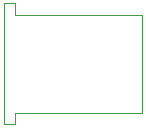
<source format=gbr>
%TF.GenerationSoftware,Altium Limited,Altium Designer,24.8.2 (39)*%
G04 Layer_Color=32768*
%FSLAX45Y45*%
%MOMM*%
%TF.SameCoordinates,62BC436B-7982-48EA-BC41-0FA37A5750A2*%
%TF.FilePolarity,Positive*%
%TF.FileFunction,Other,Top_Component_Outline*%
%TF.Part,Single*%
G01*
G75*
%TA.AperFunction,NonConductor*%
%ADD61C,0.10000*%
D61*
X3167019Y8358491D02*
X4242019Y8358495D01*
Y9183495D01*
X3167019Y9183491D02*
X4242019Y9183495D01*
X3072019Y8258495D02*
Y9283495D01*
X3167019D01*
X3072019Y8258495D02*
X3167019D01*
Y9183491D02*
Y9283495D01*
Y8258495D02*
Y8358491D01*
%TF.MD5,2a74f3e16e52bb86be94b15244afe695*%
M02*

</source>
